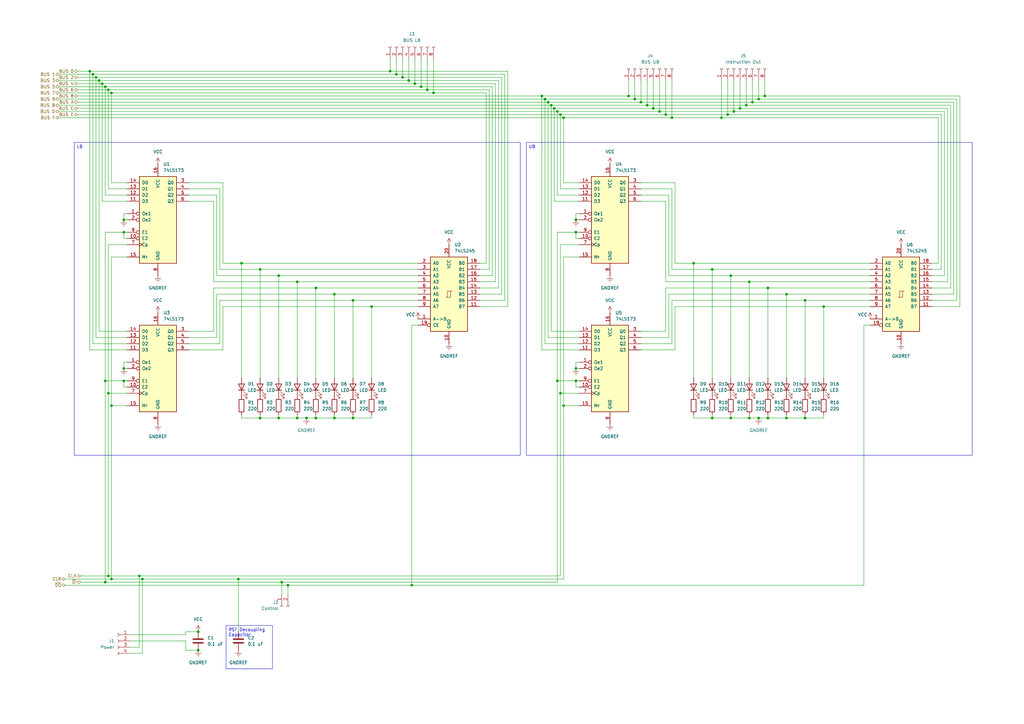
<source format=kicad_sch>
(kicad_sch (version 20231120) (generator "eeschema") (generator_version "8.0")
  (paper "A3")
  (lib_symbols
    (symbol "74xx:74LS173" (pin_names (offset 1.016))
      (property "Reference" "U" (at -7.62 19.05 0))
      (property "Value" "74LS173" (at -7.62 -19.05 0))
      (symbol "74LS173_1_0"
        (pin input inverted (at -12.7 2.54 0) (length 5.08) (name "Oe1") (number "1"))
        (pin input inverted (at -12.7 -7.62 0) (length 5.08) (name "E2") (number "10"))
        (pin input line (at -12.7 7.62 0) (length 5.08) (name "D3") (number "11"))
        (pin input line (at -12.7 10.16 0) (length 5.08) (name "D2") (number "12"))
        (pin input line (at -12.7 12.7 0) (length 5.08) (name "D1") (number "13"))
        (pin input line (at -12.7 15.24 0) (length 5.08) (name "D0") (number "14"))
        (pin input line (at -12.7 -15.24 0) (length 5.08) (name "Mr") (number "15"))
        (pin power_in line (at 0 22.86 270) (length 5.08) (name "VCC") (number "16"))
        (pin input inverted (at -12.7 0 0) (length 5.08) (name "Oe2") (number "2"))
        (pin tri_state line (at 12.7 15.24 180) (length 5.08) (name "Q0") (number "3"))
        (pin tri_state line (at 12.7 12.7 180) (length 5.08) (name "Q1") (number "4"))
        (pin tri_state line (at 12.7 10.16 180) (length 5.08) (name "Q2") (number "5"))
        (pin tri_state line (at 12.7 7.62 180) (length 5.08) (name "Q3") (number "6"))
        (pin input clock (at -12.7 -10.16 0) (length 5.08) (name "Cp") (number "7"))
        (pin power_in line (at 0 -22.86 90) (length 5.08) (name "GND") (number "8"))
        (pin input inverted (at -12.7 -5.08 0) (length 5.08) (name "E1") (number "9"))
      )
      (symbol "74LS173_1_1"
        (rectangle (start -7.62 17.78) (end 7.62 -17.78) (stroke (width 0.254)) (fill (type background)))
      )
    )
    (symbol "74xx:74LS245" (pin_names (offset 1.016))
      (property "Reference" "U" (at -7.62 16.51 0))
      (property "Value" "74LS245" (at -7.62 -16.51 0))
      (symbol "74LS245_1_0"
        (polyline (pts (xy -0.635 -1.27) (xy -0.635 1.27) (xy 0.635 1.27)))
        (polyline (pts (xy -1.27 -1.27) (xy 0.635 -1.27) (xy 0.635 1.27) (xy 1.27 1.27)))
        (pin input line (at -12.7 -10.16 0) (length 5.08) (name "A->B") (number "1"))
        (pin power_in line (at 0 -20.32 90) (length 5.08) (name "GND") (number "10"))
        (pin tri_state line (at 12.7 -5.08 180) (length 5.08) (name "B7") (number "11"))
        (pin tri_state line (at 12.7 -2.54 180) (length 5.08) (name "B6") (number "12"))
        (pin tri_state line (at 12.7 0 180) (length 5.08) (name "B5") (number "13"))
        (pin tri_state line (at 12.7 2.54 180) (length 5.08) (name "B4") (number "14"))
        (pin tri_state line (at 12.7 5.08 180) (length 5.08) (name "B3") (number "15"))
        (pin tri_state line (at 12.7 7.62 180) (length 5.08) (name "B2") (number "16"))
        (pin tri_state line (at 12.7 10.16 180) (length 5.08) (name "B1") (number "17"))
        (pin tri_state line (at 12.7 12.7 180) (length 5.08) (name "B0") (number "18"))
        (pin input inverted (at -12.7 -12.7 0) (length 5.08) (name "CE") (number "19"))
        (pin tri_state line (at -12.7 12.7 0) (length 5.08) (name "A0") (number "2"))
        (pin power_in line (at 0 20.32 270) (length 5.08) (name "VCC") (number "20"))
        (pin tri_state line (at -12.7 10.16 0) (length 5.08) (name "A1") (number "3"))
        (pin tri_state line (at -12.7 7.62 0) (length 5.08) (name "A2") (number "4"))
        (pin tri_state line (at -12.7 5.08 0) (length 5.08) (name "A3") (number "5"))
        (pin tri_state line (at -12.7 2.54 0) (length 5.08) (name "A4") (number "6"))
        (pin tri_state line (at -12.7 0 0) (length 5.08) (name "A5") (number "7"))
        (pin tri_state line (at -12.7 -2.54 0) (length 5.08) (name "A6") (number "8"))
        (pin tri_state line (at -12.7 -5.08 0) (length 5.08) (name "A7") (number "9"))
      )
      (symbol "74LS245_1_1"
        (rectangle (start -7.62 15.24) (end 7.62 -15.24) (stroke (width 0.254)) (fill (type background)))
      )
    )
    (symbol "Connector:Conn_01x02_Socket" (pin_names (offset 1.016) hide)
      (property "Reference" "J" (at 0 2.54 0))
      (property "Value" "Conn_01x02_Socket" (at 0 -5.08 0))
      (symbol "Conn_01x02_Socket_1_1"
        (arc (start 0 -2.032) (mid -0.5058 -2.54) (end 0 -3.048) (stroke (width 0.1524)))
        (polyline (pts (xy -1.27 -2.54) (xy -0.508 -2.54)) (stroke (width 0.1524)))
        (polyline (pts (xy -1.27 0) (xy -0.508 0)) (stroke (width 0.1524)))
        (arc (start 0 0.508) (mid -0.5058 0) (end 0 -0.508) (stroke (width 0.1524)))
        (pin passive line (at -5.08 0 0) (length 3.81) (name "Pin_1") (number "1"))
        (pin passive line (at -5.08 -2.54 0) (length 3.81) (name "Pin_2") (number "2"))
      )
    )
    (symbol "Connector:Conn_01x04_Socket" (pin_names (offset 1.016) hide)
      (property "Reference" "J" (at 0 5.08 0))
      (property "Value" "Conn_01x04_Socket" (at 0 -7.62 0))
      (symbol "Conn_01x04_Socket_1_1"
        (arc (start 0 -4.572) (mid -0.5058 -5.08) (end 0 -5.588) (stroke (width 0.1524)))
        (arc (start 0 -2.032) (mid -0.5058 -2.54) (end 0 -3.048) (stroke (width 0.1524)))
        (polyline (pts (xy -1.27 -5.08) (xy -0.508 -5.08)) (stroke (width 0.1524)))
        (polyline (pts (xy -1.27 -2.54) (xy -0.508 -2.54)) (stroke (width 0.1524)))
        (polyline (pts (xy -1.27 0) (xy -0.508 0)) (stroke (width 0.1524)))
        (polyline (pts (xy -1.27 2.54) (xy -0.508 2.54)) (stroke (width 0.1524)))
        (arc (start 0 0.508) (mid -0.5058 0) (end 0 -0.508) (stroke (width 0.1524)))
        (arc (start 0 3.048) (mid -0.5058 2.54) (end 0 2.032) (stroke (width 0.1524)))
        (pin passive line (at -5.08 2.54 0) (length 3.81) (name "Pin_1") (number "1"))
        (pin passive line (at -5.08 0 0) (length 3.81) (name "Pin_2") (number "2"))
        (pin passive line (at -5.08 -2.54 0) (length 3.81) (name "Pin_3") (number "3"))
        (pin passive line (at -5.08 -5.08 0) (length 3.81) (name "Pin_4") (number "4"))
      )
    )
    (symbol "Connector:Conn_01x08_Socket" (pin_names (offset 1.016) hide)
      (property "Reference" "J" (at 0 10.16 0))
      (property "Value" "Conn_01x08_Socket" (at 0 -12.7 0))
      (symbol "Conn_01x08_Socket_1_1"
        (arc (start 0 -9.652) (mid -0.5058 -10.16) (end 0 -10.668) (stroke (width 0.1524)))
        (arc (start 0 -7.112) (mid -0.5058 -7.62) (end 0 -8.128) (stroke (width 0.1524)))
        (arc (start 0 -4.572) (mid -0.5058 -5.08) (end 0 -5.588) (stroke (width 0.1524)))
        (arc (start 0 -2.032) (mid -0.5058 -2.54) (end 0 -3.048) (stroke (width 0.1524)))
        (polyline (pts (xy -1.27 -10.16) (xy -0.508 -10.16)) (stroke (width 0.1524)))
        (polyline (pts (xy -1.27 -7.62) (xy -0.508 -7.62)) (stroke (width 0.1524)))
        (polyline (pts (xy -1.27 -5.08) (xy -0.508 -5.08)) (stroke (width 0.1524)))
        (polyline (pts (xy -1.27 -2.54) (xy -0.508 -2.54)) (stroke (width 0.1524)))
        (polyline (pts (xy -1.27 0) (xy -0.508 0)) (stroke (width 0.1524)))
        (polyline (pts (xy -1.27 2.54) (xy -0.508 2.54)) (stroke (width 0.1524)))
        (polyline (pts (xy -1.27 5.08) (xy -0.508 5.08)) (stroke (width 0.1524)))
        (polyline (pts (xy -1.27 7.62) (xy -0.508 7.62)) (stroke (width 0.1524)))
        (arc (start 0 0.508) (mid -0.5058 0) (end 0 -0.508) (stroke (width 0.1524)))
        (arc (start 0 3.048) (mid -0.5058 2.54) (end 0 2.032) (stroke (width 0.1524)))
        (arc (start 0 5.588) (mid -0.5058 5.08) (end 0 4.572) (stroke (width 0.1524)))
        (arc (start 0 8.128) (mid -0.5058 7.62) (end 0 7.112) (stroke (width 0.1524)))
        (pin passive line (at -5.08 7.62 0) (length 3.81) (name "Pin_1") (number "1"))
        (pin passive line (at -5.08 5.08 0) (length 3.81) (name "Pin_2") (number "2"))
        (pin passive line (at -5.08 2.54 0) (length 3.81) (name "Pin_3") (number "3"))
        (pin passive line (at -5.08 0 0) (length 3.81) (name "Pin_4") (number "4"))
        (pin passive line (at -5.08 -2.54 0) (length 3.81) (name "Pin_5") (number "5"))
        (pin passive line (at -5.08 -5.08 0) (length 3.81) (name "Pin_6") (number "6"))
        (pin passive line (at -5.08 -7.62 0) (length 3.81) (name "Pin_7") (number "7"))
        (pin passive line (at -5.08 -10.16 0) (length 3.81) (name "Pin_8") (number "8"))
      )
    )
    (symbol "Device:C" (pin_numbers hide) (pin_names (offset 0.254))
      (property "Reference" "C" (at 0.635 2.54 0))
      (property "Value" "C" (at 0.635 -2.54 0))
      (symbol "C_0_1"
        (polyline (pts (xy -2.032 -0.762) (xy 2.032 -0.762)) (stroke (width 0.508)))
        (polyline (pts (xy -2.032 0.762) (xy 2.032 0.762)) (stroke (width 0.508)))
      )
      (symbol "C_1_1"
        (pin passive line (at 0 3.81 270) (length 2.794) (name "~") (number "1"))
        (pin passive line (at 0 -3.81 90) (length 2.794) (name "~") (number "2"))
      )
    )
    (symbol "Device:LED" (pin_numbers hide) (pin_names (offset 1.016) hide)
      (property "Reference" "D" (at 0 2.54 0))
      (property "Value" "LED" (at 0 -2.54 0))
      (symbol "LED_0_1"
        (polyline (pts (xy -1.27 -1.27) (xy -1.27 1.27)) (stroke (width 0.254)))
        (polyline (pts (xy -1.27 0) (xy 1.27 0)))
        (polyline (pts (xy 1.27 -1.27) (xy 1.27 1.27) (xy -1.27 0) (xy 1.27 -1.27)) (stroke (width 0.254)))
        (polyline (pts (xy -3.048 -0.762) (xy -4.572 -2.286) (xy -3.81 -2.286) (xy -4.572 -2.286) (xy -4.572 -1.524)))
        (polyline (pts (xy -1.778 -0.762) (xy -3.302 -2.286) (xy -2.54 -2.286) (xy -3.302 -2.286) (xy -3.302 -1.524)))
      )
      (symbol "LED_1_1"
        (pin passive line (at -3.81 0 0) (length 2.54) (name "K") (number "1"))
        (pin passive line (at 3.81 0 180) (length 2.54) (name "A") (number "2"))
      )
    )
    (symbol "Device:R" (pin_numbers hide) (pin_names (offset 0))
      (property "Reference" "R" (at 2.032 0 90))
      (property "Value" "R" (at 0 0 90))
      (symbol "R_0_1"
        (rectangle (start -1.016 -2.54) (end 1.016 2.54) (stroke (width 0.254)))
      )
      (symbol "R_1_1"
        (pin passive line (at 0 3.81 270) (length 1.27) (name "~") (number "1"))
        (pin passive line (at 0 -3.81 90) (length 1.27) (name "~") (number "2"))
      )
    )
    (symbol "power:GNDREF" (power) (pin_numbers hide) (pin_names (offset 0) hide)
      (property "Value" "GNDREF" (at 0 -3.81 0))
      (symbol "GNDREF_0_1"
        (polyline (pts (xy -0.635 -1.905) (xy 0.635 -1.905)))
        (polyline (pts (xy -0.127 -2.54) (xy 0.127 -2.54)))
        (polyline (pts (xy 0 -1.27) (xy 0 0)))
        (polyline (pts (xy 1.27 -1.27) (xy -1.27 -1.27)))
      )
      (symbol "GNDREF_1_1"
        (pin power_in line (at 0 0 270) (length 0) (name "~") (number "1"))
      )
    )
    (symbol "power:VCC" (power) (pin_numbers hide) (pin_names (offset 0) hide)
      (property "Value" "VCC" (at 0 3.556 0))
      (symbol "VCC_0_1"
        (polyline (pts (xy -0.762 1.27) (xy 0 2.54)))
        (polyline (pts (xy 0 0) (xy 0 2.54)))
        (polyline (pts (xy 0 2.54) (xy 0.762 1.27)))
      )
      (symbol "VCC_1_1"
        (pin power_in line (at 0 0 90) (length 0) (name "~") (number "1"))
      )
    )
  )
  (junction (at 292.1 171.45))
  (junction (at 57.15 236.22))
  (junction (at 175.26 36.83))
  (junction (at 43.18 238.76))
  (junction (at 170.18 34.29))
  (junction (at 229.87 161.29))
  (junction (at 284.48 107.95))
  (junction (at 38.1 30.48))
  (junction (at 106.68 171.45))
  (junction (at 39.37 31.75))
  (junction (at 270.51 45.72))
  (junction (at 337.82 125.73))
  (junction (at 144.78 171.45))
  (junction (at 125.73 171.45))
  (junction (at 172.72 35.56))
  (junction (at 228.6 45.72))
  (junction (at 137.16 171.45))
  (junction (at 97.79 237.49))
  (junction (at 115.57 238.76))
  (junction (at 106.68 110.49))
  (junction (at 223.52 40.64))
  (junction (at 129.54 118.11))
  (junction (at 299.72 113.03))
  (junction (at 228.6 156.21))
  (junction (at 267.97 44.45))
  (junction (at 229.87 46.99))
  (junction (at 81.28 266.7))
  (junction (at 292.1 110.49))
  (junction (at 43.18 156.21))
  (junction (at 168.91 240.03))
  (junction (at 118.11 240.03))
  (junction (at 227.33 44.45))
  (junction (at 165.1 31.75))
  (junction (at 313.69 39.37))
  (junction (at 311.15 171.45))
  (junction (at 114.3 171.45))
  (junction (at 231.14 48.26))
  (junction (at 231.14 166.37))
  (junction (at 257.81 39.37))
  (junction (at 44.45 161.29))
  (junction (at 50.8 151.13))
  (junction (at 137.16 120.65))
  (junction (at 50.8 90.17))
  (junction (at 322.58 120.65))
  (junction (at 81.28 259.08))
  (junction (at 307.34 115.57))
  (junction (at 167.64 33.02))
  (junction (at 40.64 33.02))
  (junction (at 306.07 43.18))
  (junction (at 236.22 151.13))
  (junction (at 275.59 48.26))
  (junction (at 44.45 36.83))
  (junction (at 45.72 237.49))
  (junction (at 330.2 171.45))
  (junction (at 265.43 43.18))
  (junction (at 129.54 171.45))
  (junction (at 152.4 125.73))
  (junction (at 162.56 30.48))
  (junction (at 50.8 95.25))
  (junction (at 45.72 166.37))
  (junction (at 58.42 237.49))
  (junction (at 299.72 171.45))
  (junction (at 273.05 46.99))
  (junction (at 121.92 115.57))
  (junction (at 121.92 171.45))
  (junction (at 43.18 35.56))
  (junction (at 303.53 44.45))
  (junction (at 322.58 171.45))
  (junction (at 224.79 41.91))
  (junction (at 236.22 95.25))
  (junction (at 300.99 45.72))
  (junction (at 295.91 48.26))
  (junction (at 45.72 38.1))
  (junction (at 50.8 156.21))
  (junction (at 262.89 41.91))
  (junction (at 36.83 29.21))
  (junction (at 44.45 236.22))
  (junction (at 260.35 40.64))
  (junction (at 236.22 90.17))
  (junction (at 144.78 123.19))
  (junction (at 314.96 171.45))
  (junction (at 99.06 107.95))
  (junction (at 177.8 38.1))
  (junction (at 298.45 46.99))
  (junction (at 114.3 113.03))
  (junction (at 226.06 43.18))
  (junction (at 236.22 156.21))
  (junction (at 41.91 34.29))
  (junction (at 307.34 171.45))
  (junction (at 314.96 118.11))
  (junction (at 308.61 41.91))
  (junction (at 330.2 123.19))
  (junction (at 160.02 29.21))
  (junction (at 311.15 40.64))
  (junction (at 222.25 39.37))
  (wire (pts (xy 337.82 125.73) (xy 337.82 154.94)))
  (wire (pts (xy 115.57 238.76) (xy 228.6 238.76)))
  (wire (pts (xy 45.72 38.1) (xy 177.8 38.1)))
  (wire (pts (xy 87.63 118.11) (xy 129.54 118.11)))
  (wire (pts (xy 57.15 236.22) (xy 229.87 236.22)))
  (wire (pts (xy 229.87 77.47) (xy 237.49 77.47)))
  (wire (pts (xy 44.45 36.83) (xy 175.26 36.83)))
  (wire (pts (xy 229.87 100.33) (xy 237.49 100.33)))
  (wire (pts (xy 275.59 110.49) (xy 275.59 77.47)))
  (wire (pts (xy 337.82 125.73) (xy 356.87 125.73)))
  (wire (pts (xy 274.32 80.01) (xy 274.32 113.03)))
  (wire (pts (xy 236.22 95.25) (xy 228.6 95.25)))
  (wire (pts (xy 45.72 74.93) (xy 45.72 38.1)))
  (wire (pts (xy 24.13 38.1) (xy 45.72 38.1)))
  (wire (pts (xy 284.48 171.45) (xy 292.1 171.45)))
  (wire (pts (xy 292.1 110.49) (xy 356.87 110.49)))
  (wire (pts (xy 106.68 170.18) (xy 106.68 171.45)))
  (wire (pts (xy 231.14 48.26) (xy 275.59 48.26)))
  (wire (pts (xy 52.07 156.21) (xy 50.8 156.21)))
  (wire (pts (xy 43.18 238.76) (xy 115.57 238.76)))
  (wire (pts (xy 322.58 120.65) (xy 356.87 120.65)))
  (wire (pts (xy 53.34 267.97) (xy 58.42 267.97)))
  (wire (pts (xy 223.52 40.64) (xy 223.52 140.97)))
  (wire (pts (xy 228.6 156.21) (xy 236.22 156.21)))
  (wire (pts (xy 236.22 97.79) (xy 237.49 97.79)))
  (wire (pts (xy 295.91 33.02) (xy 295.91 48.26)))
  (wire (pts (xy 382.27 107.95) (xy 384.81 107.95)))
  (wire (pts (xy 152.4 125.73) (xy 171.45 125.73)))
  (wire (pts (xy 236.22 148.59) (xy 236.22 151.13)))
  (wire (pts (xy 24.13 45.72) (xy 228.6 45.72)))
  (wire (pts (xy 265.43 33.02) (xy 265.43 43.18)))
  (wire (pts (xy 175.26 24.13) (xy 175.26 36.83)))
  (wire (pts (xy 165.1 24.13) (xy 165.1 31.75)))
  (wire (pts (xy 299.72 170.18) (xy 299.72 171.45)))
  (wire (pts (xy 50.8 158.75) (xy 52.07 158.75)))
  (wire (pts (xy 228.6 80.01) (xy 237.49 80.01)))
  (wire (pts (xy 228.6 45.72) (xy 228.6 80.01)))
  (wire (pts (xy 203.2 115.57) (xy 203.2 34.29)))
  (wire (pts (xy 52.07 166.37) (xy 45.72 166.37)))
  (wire (pts (xy 43.18 80.01) (xy 52.07 80.01)))
  (wire (pts (xy 88.9 138.43) (xy 88.9 120.65)))
  (wire (pts (xy 236.22 90.17) (xy 237.49 90.17)))
  (wire (pts (xy 265.43 43.18) (xy 306.07 43.18)))
  (wire (pts (xy 274.32 120.65) (xy 322.58 120.65)))
  (wire (pts (xy 224.79 41.91) (xy 224.79 138.43)))
  (wire (pts (xy 144.78 123.19) (xy 144.78 154.94)))
  (wire (pts (xy 45.72 166.37) (xy 45.72 105.41)))
  (wire (pts (xy 99.06 107.95) (xy 171.45 107.95)))
  (wire (pts (xy 330.2 123.19) (xy 275.59 123.19)))
  (wire (pts (xy 50.8 95.25) (xy 43.18 95.25)))
  (wire (pts (xy 171.45 133.35) (xy 168.91 133.35)))
  (wire (pts (xy 52.07 95.25) (xy 50.8 95.25)))
  (wire (pts (xy 227.33 44.45) (xy 227.33 82.55)))
  (wire (pts (xy 275.59 33.02) (xy 275.59 48.26)))
  (wire (pts (xy 295.91 48.26) (xy 384.81 48.26)))
  (wire (pts (xy 275.59 77.47) (xy 262.89 77.47)))
  (wire (pts (xy 76.2 260.35) (xy 76.2 259.08)))
  (wire (pts (xy 229.87 46.99) (xy 229.87 77.47)))
  (wire (pts (xy 91.44 143.51) (xy 91.44 125.73)))
  (wire (pts (xy 229.87 161.29) (xy 229.87 100.33)))
  (wire (pts (xy 114.3 113.03) (xy 171.45 113.03)))
  (wire (pts (xy 284.48 154.94) (xy 284.48 107.95)))
  (wire (pts (xy 276.86 74.93) (xy 276.86 107.95)))
  (wire (pts (xy 91.44 125.73) (xy 152.4 125.73)))
  (wire (pts (xy 237.49 161.29) (xy 229.87 161.29)))
  (wire (pts (xy 44.45 100.33) (xy 52.07 100.33)))
  (wire (pts (xy 228.6 45.72) (xy 270.51 45.72)))
  (wire (pts (xy 236.22 158.75) (xy 237.49 158.75)))
  (wire (pts (xy 24.13 48.26) (xy 231.14 48.26)))
  (wire (pts (xy 77.47 135.89) (xy 87.63 135.89)))
  (wire (pts (xy 44.45 36.83) (xy 44.45 77.47)))
  (wire (pts (xy 31.75 31.75) (xy 39.37 31.75)))
  (wire (pts (xy 144.78 171.45) (xy 152.4 171.45)))
  (wire (pts (xy 292.1 154.94) (xy 292.1 110.49)))
  (wire (pts (xy 90.17 110.49) (xy 106.68 110.49)))
  (wire (pts (xy 58.42 267.97) (xy 58.42 237.49)))
  (wire (pts (xy 386.08 46.99) (xy 386.08 110.49)))
  (wire (pts (xy 41.91 82.55) (xy 41.91 34.29)))
  (wire (pts (xy 90.17 140.97) (xy 77.47 140.97)))
  (wire (pts (xy 392.43 40.64) (xy 392.43 123.19)))
  (wire (pts (xy 33.02 238.76) (xy 43.18 238.76)))
  (wire (pts (xy 274.32 113.03) (xy 299.72 113.03)))
  (wire (pts (xy 91.44 74.93) (xy 91.44 107.95)))
  (wire (pts (xy 40.64 33.02) (xy 167.64 33.02)))
  (wire (pts (xy 31.75 34.29) (xy 41.91 34.29)))
  (wire (pts (xy 205.74 120.65) (xy 205.74 31.75)))
  (wire (pts (xy 330.2 123.19) (xy 330.2 154.94)))
  (wire (pts (xy 144.78 123.19) (xy 90.17 123.19)))
  (wire (pts (xy 24.13 43.18) (xy 226.06 43.18)))
  (wire (pts (xy 115.57 238.76) (xy 115.57 243.84)))
  (wire (pts (xy 273.05 135.89) (xy 273.05 118.11)))
  (wire (pts (xy 284.48 107.95) (xy 356.87 107.95)))
  (wire (pts (xy 167.64 24.13) (xy 167.64 33.02)))
  (wire (pts (xy 275.59 48.26) (xy 295.91 48.26)))
  (wire (pts (xy 273.05 33.02) (xy 273.05 46.99)))
  (wire (pts (xy 275.59 110.49) (xy 292.1 110.49)))
  (wire (pts (xy 306.07 43.18) (xy 389.89 43.18)))
  (wire (pts (xy 262.89 138.43) (xy 274.32 138.43)))
  (wire (pts (xy 31.75 36.83) (xy 44.45 36.83)))
  (wire (pts (xy 77.47 80.01) (xy 88.9 80.01)))
  (wire (pts (xy 175.26 36.83) (xy 200.66 36.83)))
  (wire (pts (xy 276.86 143.51) (xy 276.86 125.73)))
  (wire (pts (xy 58.42 237.49) (xy 97.79 237.49)))
  (wire (pts (xy 223.52 40.64) (xy 260.35 40.64)))
  (wire (pts (xy 313.69 33.02) (xy 313.69 39.37)))
  (wire (pts (xy 41.91 34.29) (xy 170.18 34.29)))
  (wire (pts (xy 337.82 171.45) (xy 337.82 170.18)))
  (wire (pts (xy 382.27 113.03) (xy 387.35 113.03)))
  (wire (pts (xy 24.13 35.56) (xy 43.18 35.56)))
  (wire (pts (xy 97.79 237.49) (xy 231.14 237.49)))
  (wire (pts (xy 231.14 166.37) (xy 231.14 237.49)))
  (wire (pts (xy 236.22 156.21) (xy 236.22 158.75)))
  (wire (pts (xy 196.85 110.49) (xy 200.66 110.49)))
  (wire (pts (xy 313.69 39.37) (xy 393.7 39.37)))
  (wire (pts (xy 273.05 118.11) (xy 314.96 118.11)))
  (wire (pts (xy 389.89 43.18) (xy 389.89 118.11)))
  (wire (pts (xy 129.54 154.94) (xy 129.54 118.11)))
  (wire (pts (xy 168.91 240.03) (xy 354.33 240.03)))
  (wire (pts (xy 260.35 40.64) (xy 311.15 40.64)))
  (wire (pts (xy 308.61 41.91) (xy 391.16 41.91)))
  (wire (pts (xy 24.13 40.64) (xy 223.52 40.64)))
  (wire (pts (xy 77.47 82.55) (xy 87.63 82.55)))
  (wire (pts (xy 50.8 156.21) (xy 50.8 158.75)))
  (wire (pts (xy 31.75 46.99) (xy 229.87 46.99)))
  (wire (pts (xy 52.07 161.29) (xy 44.45 161.29)))
  (wire (pts (xy 236.22 87.63) (xy 236.22 90.17)))
  (wire (pts (xy 91.44 107.95) (xy 99.06 107.95)))
  (wire (pts (xy 226.06 43.18) (xy 226.06 135.89)))
  (wire (pts (xy 31.75 44.45) (xy 227.33 44.45)))
  (wire (pts (xy 43.18 95.25) (xy 43.18 156.21)))
  (wire (pts (xy 262.89 33.02) (xy 262.89 41.91)))
  (wire (pts (xy 231.14 74.93) (xy 231.14 48.26)))
  (wire (pts (xy 292.1 171.45) (xy 299.72 171.45)))
  (wire (pts (xy 26.67 237.49) (xy 45.72 237.49)))
  (wire (pts (xy 50.8 90.17) (xy 52.07 90.17)))
  (wire (pts (xy 231.14 105.41) (xy 237.49 105.41)))
  (wire (pts (xy 90.17 123.19) (xy 90.17 140.97)))
  (wire (pts (xy 311.15 40.64) (xy 392.43 40.64)))
  (wire (pts (xy 77.47 138.43) (xy 88.9 138.43)))
  (wire (pts (xy 106.68 154.94) (xy 106.68 110.49)))
  (wire (pts (xy 356.87 133.35) (xy 354.33 133.35)))
  (wire (pts (xy 57.15 265.43) (xy 57.15 236.22)))
  (wire (pts (xy 222.25 39.37) (xy 257.81 39.37)))
  (wire (pts (xy 237.49 135.89) (xy 226.06 135.89)))
  (wire (pts (xy 270.51 45.72) (xy 300.99 45.72)))
  (wire (pts (xy 260.35 33.02) (xy 260.35 40.64)))
  (wire (pts (xy 106.68 110.49) (xy 171.45 110.49)))
  (wire (pts (xy 224.79 138.43) (xy 237.49 138.43)))
  (wire (pts (xy 298.45 33.02) (xy 298.45 46.99)))
  (wire (pts (xy 137.16 154.94) (xy 137.16 120.65)))
  (wire (pts (xy 121.92 115.57) (xy 171.45 115.57)))
  (wire (pts (xy 257.81 39.37) (xy 313.69 39.37)))
  (wire (pts (xy 77.47 74.93) (xy 91.44 74.93)))
  (wire (pts (xy 121.92 171.45) (xy 125.73 171.45)))
  (wire (pts (xy 229.87 46.99) (xy 273.05 46.99)))
  (wire (pts (xy 152.4 171.45) (xy 152.4 170.18)))
  (wire (pts (xy 298.45 46.99) (xy 386.08 46.99)))
  (wire (pts (xy 257.81 33.02) (xy 257.81 39.37)))
  (wire (pts (xy 114.3 171.45) (xy 121.92 171.45)))
  (wire (pts (xy 270.51 33.02) (xy 270.51 45.72)))
  (wire (pts (xy 99.06 171.45) (xy 106.68 171.45)))
  (wire (pts (xy 231.14 105.41) (xy 231.14 166.37)))
  (wire (pts (xy 168.91 133.35) (xy 168.91 240.03)))
  (wire (pts (xy 237.49 156.21) (xy 236.22 156.21)))
  (wire (pts (xy 24.13 30.48) (xy 38.1 30.48)))
  (wire (pts (xy 236.22 151.13) (xy 237.49 151.13)))
  (wire (pts (xy 87.63 135.89) (xy 87.63 118.11)))
  (wire (pts (xy 308.61 33.02) (xy 308.61 41.91)))
  (wire (pts (xy 118.11 240.03) (xy 168.91 240.03)))
  (wire (pts (xy 99.06 170.18) (xy 99.06 171.45)))
  (wire (pts (xy 237.49 148.59) (xy 236.22 148.59)))
  (wire (pts (xy 52.07 74.93) (xy 45.72 74.93)))
  (wire (pts (xy 262.89 143.51) (xy 276.86 143.51)))
  (wire (pts (xy 90.17 110.49) (xy 90.17 77.47)))
  (wire (pts (xy 204.47 118.11) (xy 204.47 33.02)))
  (wire (pts (xy 165.1 31.75) (xy 205.74 31.75)))
  (wire (pts (xy 222.25 39.37) (xy 222.25 143.51)))
  (wire (pts (xy 106.68 171.45) (xy 114.3 171.45)))
  (wire (pts (xy 87.63 115.57) (xy 121.92 115.57)))
  (wire (pts (xy 262.89 74.93) (xy 276.86 74.93)))
  (wire (pts (xy 88.9 120.65) (xy 137.16 120.65)))
  (wire (pts (xy 382.27 125.73) (xy 393.7 125.73)))
  (wire (pts (xy 43.18 156.21) (xy 43.18 238.76)))
  (wire (pts (xy 292.1 170.18) (xy 292.1 171.45)))
  (wire (pts (xy 50.8 151.13) (xy 52.07 151.13)))
  (wire (pts (xy 167.64 33.02) (xy 204.47 33.02)))
  (wire (pts (xy 177.8 24.13) (xy 177.8 38.1)))
  (wire (pts (xy 226.06 43.18) (xy 265.43 43.18)))
  (wire (pts (xy 114.3 170.18) (xy 114.3 171.45)))
  (wire (pts (xy 52.07 148.59) (xy 50.8 148.59)))
  (wire (pts (xy 273.05 46.99) (xy 298.45 46.99)))
  (wire (pts (xy 330.2 170.18) (xy 330.2 171.45)))
  (wire (pts (xy 121.92 154.94) (xy 121.92 115.57)))
  (wire (pts (xy 237.49 74.93) (xy 231.14 74.93)))
  (wire (pts (xy 382.27 115.57) (xy 388.62 115.57)))
  (wire (pts (xy 222.25 143.51) (xy 237.49 143.51)))
  (wire (pts (xy 26.67 240.03) (xy 118.11 240.03)))
  (wire (pts (xy 276.86 107.95) (xy 284.48 107.95)))
  (wire (pts (xy 125.73 171.45) (xy 129.54 171.45)))
  (wire (pts (xy 40.64 135.89) (xy 40.64 33.02)))
  (wire (pts (xy 99.06 154.94) (xy 99.06 107.95)))
  (wire (pts (xy 31.75 41.91) (xy 224.79 41.91)))
  (wire (pts (xy 45.72 237.49) (xy 58.42 237.49)))
  (wire (pts (xy 228.6 95.25) (xy 228.6 156.21)))
  (wire (pts (xy 170.18 24.13) (xy 170.18 34.29)))
  (wire (pts (xy 170.18 34.29) (xy 203.2 34.29)))
  (wire (pts (xy 52.07 82.55) (xy 41.91 82.55)))
  (wire (pts (xy 300.99 33.02) (xy 300.99 45.72)))
  (wire (pts (xy 227.33 44.45) (xy 267.97 44.45)))
  (wire (pts (xy 303.53 33.02) (xy 303.53 44.45)))
  (wire (pts (xy 307.34 170.18) (xy 307.34 171.45)))
  (wire (pts (xy 237.49 166.37) (xy 231.14 166.37)))
  (wire (pts (xy 44.45 77.47) (xy 52.07 77.47)))
  (wire (pts (xy 177.8 38.1) (xy 199.39 38.1)))
  (wire (pts (xy 137.16 120.65) (xy 171.45 120.65)))
  (wire (pts (xy 208.28 125.73) (xy 208.28 29.21)))
  (wire (pts (xy 172.72 24.13) (xy 172.72 35.56)))
  (wire (pts (xy 196.85 113.03) (xy 201.93 113.03)))
  (wire (pts (xy 229.87 236.22) (xy 229.87 161.29)))
  (wire (pts (xy 354.33 133.35) (xy 354.33 240.03)))
  (wire (pts (xy 144.78 170.18) (xy 144.78 171.45)))
  (wire (pts (xy 307.34 115.57) (xy 356.87 115.57)))
  (wire (pts (xy 300.99 45.72) (xy 387.35 45.72)))
  (wire (pts (xy 77.47 143.51) (xy 91.44 143.51)))
  (wire (pts (xy 314.96 118.11) (xy 356.87 118.11)))
  (wire (pts (xy 314.96 154.94) (xy 314.96 118.11)))
  (wire (pts (xy 307.34 154.94) (xy 307.34 115.57)))
  (wire (pts (xy 45.72 166.37) (xy 45.72 237.49)))
  (wire (pts (xy 88.9 80.01) (xy 88.9 113.03)))
  (wire (pts (xy 274.32 138.43) (xy 274.32 120.65)))
  (wire (pts (xy 237.49 82.55) (xy 227.33 82.55)))
  (wire (pts (xy 199.39 107.95) (xy 199.39 38.1)))
  (wire (pts (xy 275.59 140.97) (xy 262.89 140.97)))
  (wire (pts (xy 237.49 87.63) (xy 236.22 87.63)))
  (wire (pts (xy 53.34 260.35) (xy 76.2 260.35)))
  (wire (pts (xy 382.27 110.49) (xy 386.08 110.49)))
  (wire (pts (xy 160.02 29.21) (xy 208.28 29.21)))
  (wire (pts (xy 196.85 125.73) (xy 208.28 125.73)))
  (wire (pts (xy 44.45 161.29) (xy 44.45 100.33)))
  (wire (pts (xy 129.54 170.18) (xy 129.54 171.45)))
  (wire (pts (xy 388.62 115.57) (xy 388.62 44.45)))
  (wire (pts (xy 38.1 140.97) (xy 38.1 30.48)))
  (wire (pts (xy 262.89 82.55) (xy 273.05 82.55)))
  (wire (pts (xy 172.72 35.56) (xy 201.93 35.56)))
  (wire (pts (xy 39.37 31.75) (xy 39.37 138.43)))
  (wire (pts (xy 382.27 123.19) (xy 392.43 123.19)))
  (wire (pts (xy 356.87 123.19) (xy 330.2 123.19)))
  (wire (pts (xy 97.79 237.49) (xy 97.79 259.08)))
  (wire (pts (xy 44.45 236.22) (xy 57.15 236.22)))
  (wire (pts (xy 50.8 87.63) (xy 50.8 90.17)))
  (wire (pts (xy 196.85 115.57) (xy 203.2 115.57)))
  (wire (pts (xy 322.58 154.94) (xy 322.58 120.65)))
  (wire (pts (xy 322.58 170.18) (xy 322.58 171.45)))
  (wire (pts (xy 196.85 123.19) (xy 207.01 123.19)))
  (wire (pts (xy 36.83 29.21) (xy 36.83 143.51)))
  (wire (pts (xy 267.97 33.02) (xy 267.97 44.45)))
  (wire (pts (xy 196.85 120.65) (xy 205.74 120.65)))
  (wire (pts (xy 307.34 171.45) (xy 311.15 171.45)))
  (wire (pts (xy 52.07 87.63) (xy 50.8 87.63)))
  (wire (pts (xy 45.72 105.41) (xy 52.07 105.41)))
  (wire (pts (xy 262.89 41.91) (xy 308.61 41.91)))
  (wire (pts (xy 118.11 240.03) (xy 118.11 243.84)))
  (wire (pts (xy 299.72 154.94) (xy 299.72 113.03)))
  (wire (pts (xy 171.45 123.19) (xy 144.78 123.19)))
  (wire (pts (xy 53.34 265.43) (xy 57.15 265.43)))
  (wire (pts (xy 299.72 113.03) (xy 356.87 113.03)))
  (wire (pts (xy 382.27 120.65) (xy 391.16 120.65)))
  (wire (pts (xy 387.35 45.72) (xy 387.35 113.03)))
  (wire (pts (xy 237.49 140.97) (xy 223.52 140.97)))
  (wire (pts (xy 121.92 170.18) (xy 121.92 171.45)))
  (wire (pts (xy 50.8 148.59) (xy 50.8 151.13)))
  (wire (pts (xy 236.22 95.25) (xy 236.22 97.79)))
  (wire (pts (xy 76.2 266.7) (xy 81.28 266.7)))
  (wire (pts (xy 314.96 170.18) (xy 314.96 171.45)))
  (wire (pts (xy 39.37 31.75) (xy 165.1 31.75)))
  (wire (pts (xy 114.3 154.94) (xy 114.3 113.03)))
  (wire (pts (xy 50.8 97.79) (xy 52.07 97.79)))
  (wire (pts (xy 299.72 171.45) (xy 307.34 171.45)))
  (wire (pts (xy 262.89 80.01) (xy 274.32 80.01)))
  (wire (pts (xy 273.05 82.55) (xy 273.05 115.57)))
  (wire (pts (xy 43.18 35.56) (xy 43.18 80.01)))
  (wire (pts (xy 36.83 29.21) (xy 160.02 29.21)))
  (wire (pts (xy 31.75 39.37) (xy 222.25 39.37)))
  (wire (pts (xy 196.85 107.95) (xy 199.39 107.95)))
  (wire (pts (xy 391.16 120.65) (xy 391.16 41.91)))
  (wire (pts (xy 196.85 118.11) (xy 204.47 118.11)))
  (wire (pts (xy 303.53 44.45) (xy 388.62 44.45)))
  (wire (pts (xy 38.1 30.48) (xy 162.56 30.48)))
  (wire (pts (xy 162.56 24.13) (xy 162.56 30.48)))
  (wire (pts (xy 33.02 236.22) (xy 44.45 236.22)))
  (wire (pts (xy 52.07 135.89) (xy 40.64 135.89)))
  (wire (pts (xy 43.18 156.21) (xy 50.8 156.21)))
  (wire (pts (xy 36.83 143.51) (xy 52.07 143.51)))
  (wire (pts (xy 273.05 115.57) (xy 307.34 115.57)))
  (wire (pts (xy 53.34 262.89) (xy 76.2 262.89)))
  (wire (pts (xy 76.2 259.08) (xy 81.28 259.08)))
  (wire (pts (xy 24.13 33.02) (xy 40.64 33.02)))
  (wire (pts (xy 39.37 138.43) (xy 52.07 138.43)))
  (wire (pts (xy 314.96 171.45) (xy 322.58 171.45)))
  (wire (pts (xy 311.15 171.45) (xy 314.96 171.45)))
  (wire (pts (xy 322.58 171.45) (xy 330.2 171.45)))
  (wire (pts (xy 162.56 30.48) (xy 207.01 30.48)))
  (wire (pts (xy 384.81 107.95) (xy 384.81 48.26)))
  (wire (pts (xy 237.49 95.25) (xy 236.22 95.25)))
  (wire (pts (xy 87.63 82.55) (xy 87.63 115.57)))
  (wire (pts (xy 330.2 171.45) (xy 337.82 171.45)))
  (wire (pts (xy 262.89 135.89) (xy 273.05 135.89)))
  (wire (pts (xy 88.9 113.03) (xy 114.3 113.03)))
  (wire (pts (xy 31.75 29.21) (xy 36.83 29.21)))
  (wire (pts (xy 44.45 161.29) (xy 44.45 236.22)))
  (wire (pts (xy 311.15 33.02) (xy 311.15 40.64)))
  (wire (pts (xy 228.6 156.21) (xy 228.6 238.76)))
  (wire (pts (xy 382.27 118.11) (xy 389.89 118.11)))
  (wire (pts (xy 152.4 125.73) (xy 152.4 154.94)))
  (wire (pts (xy 201.93 113.03) (xy 201.93 35.56)))
  (wire (pts (xy 224.79 41.91) (xy 262.89 41.91)))
  (wire (pts (xy 137.16 171.45) (xy 144.78 171.45)))
  (wire (pts (xy 129.54 171.45) (xy 137.16 171.45)))
  (wire (pts (xy 284.48 170.18) (xy 284.48 171.45)))
  (wire (pts (xy 276.86 125.73) (xy 337.82 125.73)))
  (wire (pts (xy 306.07 33.02) (xy 306.07 43.18)))
  (wire (pts (xy 129.54 118.11) (xy 171.45 118.11)))
  (wire (pts (xy 160.02 24.13) (xy 160.02 29.21)))
  (wire (pts (xy 207.01 123.19) (xy 207.01 30.48)))
  (wire (pts (xy 200.66 110.49) (xy 200.66 36.83)))
  (wire (pts (xy 267.97 44.45) (xy 303.53 44.45)))
  (wire (pts (xy 393.7 125.73) (xy 393.7 39.37)))
  (wire (pts (xy 43.18 35.56) (xy 172.72 35.56)))
  (wire (pts (xy 137.16 170.18) (xy 137.16 171.45)))
  (wire (pts (xy 52.07 140.97) (xy 38.1 140.97)))
  (wire (pts (xy 275.59 123.19) (xy 275.59 140.97)))
  (wire (pts (xy 76.2 262.89) (xy 76.2 266.7)))
  (wire (pts (xy 50.8 95.25) (xy 50.8 97.79)))
  (wire (pts (xy 90.17 77.47) (xy 77.47 77.47)))
  (text_box "LB" (at 30.48 58.42 0) (size 182.88 128.27) (effects (font (size 1.27 1.27)) (justify left top)))
  (text_box "RST Decoupling Capacitor" (at 92.71 256.54 0) (size 19.05 17.78) (effects (font (size 1.27 1.27)) (justify left top)))
  (text_box "UB" (at 215.9 58.42 0) (size 182.88 128.27) (effects (font (size 1.27 1.27)) (justify left top)))
  (hierarchical_label "BUS A" (shape bidirectional) (at 31.75 41.91 180))
  (hierarchical_label "BUS F" (shape bidirectional) (at 24.13 48.26 180))
  (hierarchical_label "BUS 4" (shape bidirectional) (at 31.75 34.29 180))
  (hierarchical_label "BUS 5" (shape bidirectional) (at 24.13 35.56 180))
  (hierarchical_label "BUS B" (shape bidirectional) (at 24.13 43.18 180))
  (hierarchical_label "BUS C" (shape bidirectional) (at 31.75 44.45 180))
  (hierarchical_label "BUS D" (shape bidirectional) (at 24.13 45.72 180))
  (hierarchical_label "BUS 8" (shape bidirectional) (at 31.75 39.37 180))
  (hierarchical_label "CLR" (shape bidirectional) (at 26.67 237.49 180))
  (hierarchical_label "BUS 2" (shape bidirectional) (at 31.75 31.75 180))
  (hierarchical_label "BUS 7" (shape bidirectional) (at 24.13 38.1 180))
  (hierarchical_label "BUS 0" (shape bidirectional) (at 31.75 29.21 180))
  (hierarchical_label "BUS E" (shape bidirectional) (at 31.75 46.99 180))
  (hierarchical_label "CLK" (shape bidirectional) (at 33.02 236.22 180))
  (hierarchical_label "BUS 1" (shape bidirectional) (at 24.13 30.48 180))
  (hierarchical_label "BUS 9" (shape bidirectional) (at 24.13 40.64 180))
  (hierarchical_label "~{DO}" (shape bidirectional) (at 26.67 240.03 180))
  (hierarchical_label "BUS 3" (shape bidirectional) (at 24.13 33.02 180))
  (hierarchical_label "BUS 6" (shape bidirectional) (at 31.75 36.83 180))
  (hierarchical_label "~{DI}" (shape bidirectional) (at 33.02 238.76 180))
  (symbol (lib_id "power:VCC") (at 356.87 130.81 0) (unit 1)
    (property "Reference" "#PWR018" (effects (hide yes)))
    (property "Value" "VCC" (at 353.822 129.032 0))
    (property "Description" "Power symbol creates a global label with name \"VCC\"" (effects (hide yes)))
  )
  (symbol (lib_id "Device:LED") (at 299.72 158.75 90) (unit 1)
    (property "Reference" "D11" (at 302.26 157.48 90) (effects (justify right)))
    (property "Value" "LED" (at 302.26 160.02 90) (effects (justify right)))
    (property "Footprint" "LED_SMD:LED_1206_3216Metric_Pad1.42x1.75mm_HandSolder" (effects (hide yes)))
    (property "Description" "Light emitting diode" (effects (hide yes)))
  )
  (symbol (lib_id "power:VCC") (at 171.45 130.81 0) (unit 1)
    (property "Reference" "#PWR09" (effects (hide yes)))
    (property "Value" "VCC" (at 168.402 129.032 0))
    (property "Description" "Power symbol creates a global label with name \"VCC\"" (effects (hide yes)))
  )
  (symbol (lib_id "Device:LED") (at 137.16 158.75 90) (unit 1)
    (property "Reference" "D6" (at 139.7 157.48 90) (effects (justify right)))
    (property "Value" "LED" (at 139.7 160.02 90) (effects (justify right)))
    (property "Footprint" "LED_SMD:LED_1206_3216Metric_Pad1.42x1.75mm_HandSolder" (effects (hide yes)))
    (property "Description" "Light emitting diode" (effects (hide yes)))
  )
  (symbol (lib_id "power:GNDREF") (at 250.19 173.99 0) (unit 1)
    (property "Reference" "#PWR016" (effects (hide yes)))
    (property "Value" "GNDREF" (at 250.19 179.07 0))
    (property "Description" "Power symbol creates a global label with name \"GNDREF\" , reference supply ground" (effects (hide yes)))
  )
  (symbol (lib_id "Device:LED") (at 121.92 158.75 90) (unit 1)
    (property "Reference" "D4" (at 124.46 157.48 90) (effects (justify right)))
    (property "Value" "LED" (at 124.46 160.02 90) (effects (justify right)))
    (property "Footprint" "LED_SMD:LED_1206_3216Metric_Pad1.42x1.75mm_HandSolder" (effects (hide yes)))
    (property "Description" "Light emitting diode" (effects (hide yes)))
  )
  (symbol (lib_id "Device:LED") (at 337.82 158.75 90) (unit 1)
    (property "Reference" "D16" (at 340.36 157.48 90) (effects (justify right)))
    (property "Value" "LED" (at 340.36 160.02 90) (effects (justify right)))
    (property "Footprint" "LED_SMD:LED_1206_3216Metric_Pad1.42x1.75mm_HandSolder" (effects (hide yes)))
    (property "Description" "Light emitting diode" (effects (hide yes)))
  )
  (symbol (lib_id "power:GNDREF") (at 64.77 113.03 0) (unit 1)
    (property "Reference" "#PWR03" (effects (hide yes)))
    (property "Value" "GNDREF" (at 64.77 118.11 0))
    (property "Description" "Power symbol creates a global label with name \"GNDREF\" , reference supply ground" (effects (hide yes)))
  )
  (symbol (lib_id "Connector:Conn_01x08_Socket") (at 265.43 27.94 90) (unit 1)
    (property "Reference" "J4" (at 266.7 22.86 90))
    (property "Value" "BUS UB" (at 266.7 25.4 90))
    (property "Footprint" "Connector_Molex:Molex_PicoBlade_53048-0810_1x08_P1.25mm_Horizontal" (effects (hide yes)))
    (property "Description" "Generic connector, single row, 01x08, script generated" (effects (hide yes)))
  )
  (symbol (lib_id "power:GNDREF") (at 125.73 171.45 0) (unit 1)
    (property "Reference" "#PWR010" (effects (hide yes)))
    (property "Value" "GNDREF" (at 125.73 176.53 0))
    (property "Description" "Power symbol creates a global label with name \"GNDREF\" , reference supply ground" (effects (hide yes)))
  )
  (symbol (lib_id "Device:LED") (at 152.4 158.75 90) (unit 1)
    (property "Reference" "D8" (at 154.94 157.48 90) (effects (justify right)))
    (property "Value" "LED" (at 154.94 160.02 90) (effects (justify right)))
    (property "Footprint" "LED_SMD:LED_1206_3216Metric_Pad1.42x1.75mm_HandSolder" (effects (hide yes)))
    (property "Description" "Light emitting diode" (effects (hide yes)))
  )
  (symbol (lib_id "74xx:74LS245") (at 369.57 120.65 0) (unit 1)
    (property "Reference" "U6" (at 371.7641 100.33 0) (effects (justify left)))
    (property "Value" "74LS245" (at 371.7641 102.87 0) (effects (justify left)))
    (property "Footprint" "Package_DIP:DIP-20_W7.62mm_Socket_LongPads" (effects (hide yes)))
    (property "Datasheet" "http://www.ti.com/lit/gpn/sn74LS245" (effects (hide yes)))
    (property "Description" "Octal BUS Transceivers, 3-State outputs" (effects (hide yes)))
  )
  (symbol (lib_id "Device:LED") (at 330.2 158.75 90) (unit 1)
    (property "Reference" "D15" (at 332.74 157.48 90) (effects (justify right)))
    (property "Value" "LED" (at 332.74 160.02 90) (effects (justify right)))
    (property "Footprint" "LED_SMD:LED_1206_3216Metric_Pad1.42x1.75mm_HandSolder" (effects (hide yes)))
    (property "Description" "Light emitting diode" (effects (hide yes)))
  )
  (symbol (lib_id "Device:LED") (at 106.68 158.75 90) (unit 1)
    (property "Reference" "D2" (at 109.22 157.48 90) (effects (justify right)))
    (property "Value" "LED" (at 109.22 160.02 90) (effects (justify right)))
    (property "Footprint" "LED_SMD:LED_1206_3216Metric_Pad1.42x1.75mm_HandSolder" (effects (hide yes)))
    (property "Description" "Light emitting diode" (effects (hide yes)))
  )
  (symbol (lib_id "power:GNDREF") (at 236.22 90.17 0) (unit 1)
    (property "Reference" "#PWR011" (effects (hide yes)))
    (property "Value" "GNDREF" (effects (hide yes)))
    (property "Description" "Power symbol creates a global label with name \"GNDREF\" , reference supply ground" (effects (hide yes)))
  )
  (symbol (lib_id "Device:LED") (at 99.06 158.75 90) (unit 1)
    (property "Reference" "D1" (at 101.6 157.48 90) (effects (justify right)))
    (property "Value" "LED" (at 101.6 160.02 90) (effects (justify right)))
    (property "Footprint" "LED_SMD:LED_1206_3216Metric_Pad1.42x1.75mm_HandSolder" (effects (hide yes)))
    (property "Description" "Light emitting diode" (effects (hide yes)))
  )
  (symbol (lib_id "power:GNDREF") (at 97.79 266.7 0) (unit 1)
    (property "Reference" "#PWR023" (effects (hide yes)))
    (property "Value" "GNDREF" (at 97.79 271.78 0))
    (property "Description" "Power symbol creates a global label with name \"GNDREF\" , reference supply ground" (effects (hide yes)))
  )
  (symbol (lib_id "Device:LED") (at 307.34 158.75 90) (unit 1)
    (property "Reference" "D12" (at 309.88 157.48 90) (effects (justify right)))
    (property "Value" "LED" (at 309.88 160.02 90) (effects (justify right)))
    (property "Footprint" "LED_SMD:LED_1206_3216Metric_Pad1.42x1.75mm_HandSolder" (effects (hide yes)))
    (property "Description" "Light emitting diode" (effects (hide yes)))
  )
  (symbol (lib_id "Connector:Conn_01x02_Socket") (at 115.57 248.92 90) (mirror x) (unit 1)
    (property "Reference" "J2" (at 114.3 247.0149 90) (effects (justify left)))
    (property "Value" "Control" (at 114.3 249.5549 90) (effects (justify left)))
    (property "Footprint" "Connector_Molex:Molex_PicoBlade_53048-0210_1x02_P1.25mm_Horizontal" (effects (hide yes)))
    (property "Description" "Generic connector, single row, 01x02, script generated" (effects (hide yes)))
  )
  (symbol (lib_id "Device:R") (at 322.58 166.37 0) (unit 1)
    (property "Reference" "R14" (at 325.12 165.0999 0) (effects (justify left)))
    (property "Value" "220" (at 325.12 167.6399 0) (effects (justify left)))
    (property "Footprint" "Resistor_SMD:R_1206_3216Metric_Pad1.30x1.75mm_HandSolder" (effects (hide yes)))
    (property "Description" "Resistor" (effects (hide yes)))
  )
  (symbol (lib_id "power:VCC") (at 250.19 67.31 0) (unit 1)
    (property "Reference" "#PWR013" (effects (hide yes)))
    (property "Value" "VCC" (at 250.19 62.23 0))
    (property "Description" "Power symbol creates a global label with name \"VCC\"" (effects (hide yes)))
  )
  (symbol (lib_id "power:VCC") (at 64.77 128.27 0) (unit 1)
    (property "Reference" "#PWR02" (effects (hide yes)))
    (property "Value" "VCC" (at 64.77 123.19 0))
    (property "Description" "Power symbol creates a global label with name \"VCC\"" (effects (hide yes)))
  )
  (symbol (lib_id "Device:R") (at 307.34 166.37 0) (unit 1)
    (property "Reference" "R12" (at 309.88 165.0999 0) (effects (justify left)))
    (property "Value" "220" (at 309.88 167.6399 0) (effects (justify left)))
    (property "Footprint" "Resistor_SMD:R_1206_3216Metric_Pad1.30x1.75mm_HandSolder" (effects (hide yes)))
    (property "Description" "Resistor" (effects (hide yes)))
  )
  (symbol (lib_id "74xx:74LS173") (at 250.19 151.13 0) (unit 1)
    (property "Reference" "U5" (at 252.3841 128.27 0) (effects (justify left)))
    (property "Value" "74LS173" (at 252.3841 130.81 0) (effects (justify left)))
    (property "Footprint" "Package_DIP:DIP-16_W7.62mm_Socket_LongPads" (effects (hide yes)))
    (property "Datasheet" "http://www.ti.com/lit/gpn/sn74LS173" (effects (hide yes)))
    (property "Description" "4-bit D-type Register, 3 state out" (effects (hide yes)))
  )
  (symbol (lib_id "Device:LED") (at 314.96 158.75 90) (unit 1)
    (property "Reference" "D13" (at 317.5 157.48 90) (effects (justify right)))
    (property "Value" "LED" (at 317.5 160.02 90) (effects (justify right)))
    (property "Footprint" "LED_SMD:LED_1206_3216Metric_Pad1.42x1.75mm_HandSolder" (effects (hide yes)))
    (property "Description" "Light emitting diode" (effects (hide yes)))
  )
  (symbol (lib_id "Device:LED") (at 322.58 158.75 90) (unit 1)
    (property "Reference" "D14" (at 325.12 157.48 90) (effects (justify right)))
    (property "Value" "LED" (at 325.12 160.02 90) (effects (justify right)))
    (property "Footprint" "LED_SMD:LED_1206_3216Metric_Pad1.42x1.75mm_HandSolder" (effects (hide yes)))
    (property "Description" "Light emitting diode" (effects (hide yes)))
  )
  (symbol (lib_id "power:GNDREF") (at 311.15 171.45 0) (unit 1)
    (property "Reference" "#PWR017" (effects (hide yes)))
    (property "Value" "GNDREF" (at 311.15 176.53 0))
    (property "Description" "Power symbol creates a global label with name \"GNDREF\" , reference supply ground" (effects (hide yes)))
  )
  (symbol (lib_id "Device:LED") (at 292.1 158.75 90) (unit 1)
    (property "Reference" "D10" (at 294.64 157.48 90) (effects (justify right)))
    (property "Value" "LED" (at 294.64 160.02 90) (effects (justify right)))
    (property "Footprint" "LED_SMD:LED_1206_3216Metric_Pad1.42x1.75mm_HandSolder" (effects (hide yes)))
    (property "Description" "Light emitting diode" (effects (hide yes)))
  )
  (symbol (lib_id "power:GNDREF") (at 50.8 90.17 0) (unit 1)
    (property "Reference" "#PWR06" (effects (hide yes)))
    (property "Value" "GNDREF" (effects (hide yes)))
    (property "Description" "Power symbol creates a global label with name \"GNDREF\" , reference supply ground" (effects (hide yes)))
  )
  (symbol (lib_id "Device:R") (at 137.16 166.37 0) (unit 1)
    (property "Reference" "R6" (at 139.7 165.0999 0) (effects (justify left)))
    (property "Value" "220" (at 139.7 167.6399 0) (effects (justify left)))
    (property "Footprint" "Resistor_SMD:R_1206_3216Metric_Pad1.30x1.75mm_HandSolder" (effects (hide yes)))
    (property "Description" "Resistor" (effects (hide yes)))
  )
  (symbol (lib_id "power:VCC") (at 184.15 100.33 0) (unit 1)
    (property "Reference" "#PWR08" (effects (hide yes)))
    (property "Value" "VCC" (at 184.15 95.25 0))
    (property "Description" "Power symbol creates a global label with name \"VCC\"" (effects (hide yes)))
  )
  (symbol (lib_id "Device:R") (at 337.82 166.37 0) (unit 1)
    (property "Reference" "R16" (at 340.36 165.0999 0) (effects (justify left)))
    (property "Value" "220" (at 340.36 167.6399 0) (effects (justify left)))
    (property "Footprint" "Resistor_SMD:R_1206_3216Metric_Pad1.30x1.75mm_HandSolder" (effects (hide yes)))
    (property "Description" "Resistor" (effects (hide yes)))
  )
  (symbol (lib_id "74xx:74LS173") (at 64.77 90.17 0) (unit 1)
    (property "Reference" "U1" (at 66.9641 67.31 0) (effects (justify left)))
    (property "Value" "74LS173" (at 66.9641 69.85 0) (effects (justify left)))
    (property "Footprint" "Package_DIP:DIP-16_W7.62mm_Socket_LongPads" (effects (hide yes)))
    (property "Datasheet" "http://www.ti.com/lit/gpn/sn74LS173" (effects (hide yes)))
    (property "Description" "4-bit D-type Register, 3 state out" (effects (hide yes)))
  )
  (symbol (lib_id "Device:R") (at 144.78 166.37 0) (unit 1)
    (property "Reference" "R7" (at 147.32 165.0999 0) (effects (justify left)))
    (property "Value" "220" (at 147.32 167.6399 0) (effects (justify left)))
    (property "Footprint" "Resistor_SMD:R_1206_3216Metric_Pad1.30x1.75mm_HandSolder" (effects (hide yes)))
    (property "Description" "Resistor" (effects (hide yes)))
  )
  (symbol (lib_id "power:GNDREF") (at 369.57 140.97 0) (unit 1)
    (property "Reference" "#PWR020" (effects (hide yes)))
    (property "Value" "GNDREF" (at 369.57 146.05 0))
    (property "Description" "Power symbol creates a global label with name \"GNDREF\" , reference supply ground" (effects (hide yes)))
  )
  (symbol (lib_id "Device:C") (at 97.79 262.89 0) (unit 1)
    (property "Reference" "C2" (at 101.6 261.6199 0) (effects (justify left)))
    (property "Value" "0.1 uF" (at 101.6 264.1599 0) (effects (justify left)))
    (property "Footprint" "Capacitor_SMD:C_1206_3216Metric_Pad1.33x1.80mm_HandSolder" (effects (hide yes)))
    (property "Description" "Unpolarized capacitor" (effects (hide yes)))
  )
  (symbol (lib_id "Device:R") (at 284.48 166.37 0) (unit 1)
    (property "Reference" "R9" (at 287.02 165.0999 0) (effects (justify left)))
    (property "Value" "220" (at 287.02 167.6399 0) (effects (justify left)))
    (property "Footprint" "Resistor_SMD:R_1206_3216Metric_Pad1.30x1.75mm_HandSolder" (effects (hide yes)))
    (property "Description" "Resistor" (effects (hide yes)))
  )
  (symbol (lib_id "Connector:Conn_01x08_Socket") (at 303.53 27.94 90) (unit 1)
    (property "Reference" "J5" (at 304.8 22.86 90))
    (property "Value" "Instruction Out" (at 304.8 25.4 90))
    (property "Footprint" "Connector_Molex:Molex_PicoBlade_53048-0810_1x08_P1.25mm_Horizontal" (effects (hide yes)))
    (property "Description" "Generic connector, single row, 01x08, script generated" (effects (hide yes)))
  )
  (symbol (lib_id "power:GNDREF") (at 81.28 266.7 0) (unit 1)
    (property "Reference" "#PWR021" (effects (hide yes)))
    (property "Value" "GNDREF" (at 81.28 271.78 0))
    (property "Description" "Power symbol creates a global label with name \"GNDREF\" , reference supply ground" (effects (hide yes)))
  )
  (symbol (lib_id "power:GNDREF") (at 64.77 173.99 0) (unit 1)
    (property "Reference" "#PWR01" (effects (hide yes)))
    (property "Value" "GNDREF" (at 64.77 179.07 0))
    (property "Description" "Power symbol creates a global label with name \"GNDREF\" , reference supply ground" (effects (hide yes)))
  )
  (symbol (lib_id "power:GNDREF") (at 236.22 151.13 0) (unit 1)
    (property "Reference" "#PWR012" (effects (hide yes)))
    (property "Value" "GNDREF" (effects (hide yes)))
    (property "Description" "Power symbol creates a global label with name \"GNDREF\" , reference supply ground" (effects (hide yes)))
  )
  (symbol (lib_id "Device:LED") (at 144.78 158.75 90) (unit 1)
    (property "Reference" "D7" (at 147.32 157.48 90) (effects (justify right)))
    (property "Value" "LED" (at 147.32 160.02 90) (effects (justify right)))
    (property "Footprint" "LED_SMD:LED_1206_3216Metric_Pad1.42x1.75mm_HandSolder" (effects (hide yes)))
    (property "Description" "Light emitting diode" (effects (hide yes)))
  )
  (symbol (lib_id "Device:LED") (at 284.48 158.75 90) (unit 1)
    (property "Reference" "D9" (at 287.02 157.48 90) (effects (justify right)))
    (property "Value" "LED" (at 287.02 160.02 90) (effects (justify right)))
    (property "Footprint" "LED_SMD:LED_1206_3216Metric_Pad1.42x1.75mm_HandSolder" (effects (hide yes)))
    (property "Description" "Light emitting diode" (effects (hide yes)))
  )
  (symbol (lib_id "Device:R") (at 121.92 166.37 0) (unit 1)
    (property "Reference" "R4" (at 124.46 165.0999 0) (effects (justify left)))
    (property "Value" "220" (at 124.46 167.6399 0) (effects (justify left)))
    (property "Footprint" "Resistor_SMD:R_1206_3216Metric_Pad1.30x1.75mm_HandSolder" (effects (hide yes)))
    (property "Description" "Resistor" (effects (hide yes)))
  )
  (symbol (lib_id "power:GNDREF") (at 50.8 151.13 0) (unit 1)
    (property "Reference" "#PWR05" (effects (hide yes)))
    (property "Value" "GNDREF" (effects (hide yes)))
    (property "Description" "Power symbol creates a global label with name \"GNDREF\" , reference supply ground" (effects (hide yes)))
  )
  (symbol (lib_id "power:VCC") (at 369.57 100.33 0) (unit 1)
    (property "Reference" "#PWR019" (effects (hide yes)))
    (property "Value" "VCC" (at 369.57 95.25 0))
    (property "Description" "Power symbol creates a global label with name \"VCC\"" (effects (hide yes)))
  )
  (symbol (lib_id "power:VCC") (at 250.19 128.27 0) (unit 1)
    (property "Reference" "#PWR015" (effects (hide yes)))
    (property "Value" "VCC" (at 250.19 123.19 0))
    (property "Description" "Power symbol creates a global label with name \"VCC\"" (effects (hide yes)))
  )
  (symbol (lib_id "Device:C") (at 81.28 262.89 0) (unit 1)
    (property "Reference" "C1" (at 85.09 261.6199 0) (effects (justify left)))
    (property "Value" "0.1 uF" (at 85.09 264.1599 0) (effects (justify left)))
    (property "Footprint" "Capacitor_SMD:C_1206_3216Metric_Pad1.33x1.80mm_HandSolder" (effects (hide yes)))
    (property "Description" "Unpolarized capacitor" (effects (hide yes)))
  )
  (symbol (lib_id "74xx:74LS245") (at 184.15 120.65 0) (unit 1)
    (property "Reference" "U2" (at 186.3441 100.33 0) (effects (justify left)))
    (property "Value" "74LS245" (at 186.3441 102.87 0) (effects (justify left)))
    (property "Footprint" "Package_DIP:DIP-20_W7.62mm_Socket_LongPads" (effects (hide yes)))
    (property "Datasheet" "http://www.ti.com/lit/gpn/sn74LS245" (effects (hide yes)))
    (property "Description" "Octal BUS Transceivers, 3-State outputs" (effects (hide yes)))
  )
  (symbol (lib_id "power:GNDREF") (at 184.15 140.97 0) (unit 1)
    (property "Reference" "#PWR07" (effects (hide yes)))
    (property "Value" "GNDREF" (at 184.15 146.05 0))
    (property "Description" "Power symbol creates a global label with name \"GNDREF\" , reference supply ground" (effects (hide yes)))
  )
  (symbol (lib_id "Device:R") (at 114.3 166.37 0) (unit 1)
    (property "Reference" "R3" (at 116.84 165.0999 0) (effects (justify left)))
    (property "Value" "220" (at 116.84 167.6399 0) (effects (justify left)))
    (property "Footprint" "Resistor_SMD:R_1206_3216Metric_Pad1.30x1.75mm_HandSolder" (effects (hide yes)))
    (property "Description" "Resistor" (effects (hide yes)))
  )
  (symbol (lib_id "Device:R") (at 299.72 166.37 0) (unit 1)
    (property "Reference" "R11" (at 302.26 165.0999 0) (effects (justify left)))
    (property "Value" "220" (at 302.26 167.6399 0) (effects (justify left)))
    (property "Footprint" "Resistor_SMD:R_1206_3216Metric_Pad1.30x1.75mm_HandSolder" (effects (hide yes)))
    (property "Description" "Resistor" (effects (hide yes)))
  )
  (symbol (lib_id "74xx:74LS173") (at 250.19 90.17 0) (unit 1)
    (property "Reference" "U4" (at 252.3841 67.31 0) (effects (justify left)))
    (property "Value" "74LS173" (at 252.3841 69.85 0) (effects (justify left)))
    (property "Footprint" "Package_DIP:DIP-16_W7.62mm_Socket_LongPads" (effects (hide yes)))
    (property "Datasheet" "http://www.ti.com/lit/gpn/sn74LS173" (effects (hide yes)))
    (property "Description" "4-bit D-type Register, 3 state out" (effects (hide yes)))
  )
  (symbol (lib_id "Device:LED") (at 114.3 158.75 90) (unit 1)
    (property "Reference" "D3" (at 116.84 157.48 90) (effects (justify right)))
    (property "Value" "LED" (at 116.84 160.02 90) (effects (justify right)))
    (property "Footprint" "LED_SMD:LED_1206_3216Metric_Pad1.42x1.75mm_HandSolder" (effects (hide yes)))
    (property "Description" "Light emitting diode" (effects (hide yes)))
  )
  (symbol (lib_id "Device:R") (at 106.68 166.37 0) (unit 1)
    (property "Reference" "R2" (at 109.22 165.0999 0) (effects (justify left)))
    (property "Value" "220" (at 109.22 167.6399 0) (effects (justify left)))
    (property "Footprint" "Resistor_SMD:R_1206_3216Metric_Pad1.30x1.75mm_HandSolder" (effects (hide yes)))
    (property "Description" "Resistor" (effects (hide yes)))
  )
  (symbol (lib_id "Connector:Conn_01x08_Socket") (at 167.64 19.05 90) (unit 1)
    (property "Reference" "J3" (at 168.91 13.97 90))
    (property "Value" "BUS LB" (at 168.91 16.51 90))
    (property "Footprint" "Connector_Molex:Molex_PicoBlade_53048-0810_1x08_P1.25mm_Horizontal" (effects (hide yes)))
    (property "Description" "Generic connector, single row, 01x08, script generated" (effects (hide yes)))
  )
  (symbol (lib_id "power:GNDREF") (at 250.19 113.03 0) (unit 1)
    (property "Reference" "#PWR014" (effects (hide yes)))
    (property "Value" "GNDREF" (at 250.19 118.11 0))
    (property "Description" "Power symbol creates a global label with name \"GNDREF\" , reference supply ground" (effects (hide yes)))
  )
  (symbol (lib_id "74xx:74LS173") (at 64.77 151.13 0) (unit 1)
    (property "Reference" "U3" (at 66.9641 128.27 0) (effects (justify left)))
    (property "Value" "74LS173" (at 66.9641 130.81 0) (effects (justify left)))
    (property "Footprint" "Package_DIP:DIP-16_W7.62mm_Socket_LongPads" (effects (hide yes)))
    (property "Datasheet" "http://www.ti.com/lit/gpn/sn74LS173" (effects (hide yes)))
    (property "Description" "4-bit D-type Register, 3 state out" (effects (hide yes)))
  )
  (symbol (lib_id "Device:R") (at 314.96 166.37 0) (unit 1)
    (property "Reference" "R13" (at 317.5 165.0999 0) (effects (justify left)))
    (property "Value" "220" (at 317.5 167.6399 0) (effects (justify left)))
    (property "Footprint" "Resistor_SMD:R_1206_3216Metric_Pad1.30x1.75mm_HandSolder" (effects (hide yes)))
    (property "Description" "Resistor" (effects (hide yes)))
  )
  (symbol (lib_id "Device:R") (at 99.06 166.37 0) (unit 1)
    (property "Reference" "R1" (at 101.6 165.0999 0) (effects (justify left)))
    (property "Value" "220" (at 101.6 167.6399 0) (effects (justify left)))
    (property "Footprint" "Resistor_SMD:R_1206_3216Metric_Pad1.30x1.75mm_HandSolder" (effects (hide yes)))
    (property "Description" "Resistor" (effects (hide yes)))
  )
  (symbol (lib_id "power:VCC") (at 64.77 67.31 0) (unit 1)
    (property "Reference" "#PWR04" (effects (hide yes)))
    (property "Value" "VCC" (at 64.77 62.23 0))
    (property "Description" "Power symbol creates a global label with name \"VCC\"" (effects (hide yes)))
  )
  (symbol (lib_id "power:VCC") (at 81.28 259.08 0) (unit 1)
    (property "Reference" "#PWR022" (effects (hide yes)))
    (property "Value" "VCC" (at 81.28 254 0))
    (property "Description" "Power symbol creates a global label with name \"VCC\"" (effects (hide yes)))
  )
  (symbol (lib_id "Device:R") (at 330.2 166.37 0) (unit 1)
    (property "Reference" "R15" (at 332.74 165.0999 0) (effects (justify left)))
    (property "Value" "220" (at 332.74 167.6399 0) (effects (justify left)))
    (property "Footprint" "Resistor_SMD:R_1206_3216Metric_Pad1.30x1.75mm_HandSolder" (effects (hide yes)))
    (property "Description" "Resistor" (effects (hide yes)))
  )
  (symbol (lib_id "Device:R") (at 152.4 166.37 0) (unit 1)
    (property "Reference" "R8" (at 154.94 165.0999 0) (effects (justify left)))
    (property "Value" "220" (at 154.94 167.6399 0) (effects (justify left)))
    (property "Footprint" "Resistor_SMD:R_1206_3216Metric_Pad1.30x1.75mm_HandSolder" (effects (hide yes)))
    (property "Description" "Resistor" (effects (hide yes)))
  )
  (symbol (lib_id "Device:R") (at 129.54 166.37 0) (unit 1)
    (property "Reference" "R5" (at 132.08 165.0999 0) (effects (justify left)))
    (property "Value" "220" (at 132.08 167.6399 0) (effects (justify left)))
    (property "Footprint" "Resistor_SMD:R_1206_3216Metric_Pad1.30x1.75mm_HandSolder" (effects (hide yes)))
    (property "Description" "Resistor" (effects (hide yes)))
  )
  (symbol (lib_id "Device:R") (at 292.1 166.37 0) (unit 1)
    (property "Reference" "R10" (at 294.64 165.0999 0) (effects (justify left)))
    (property "Value" "220" (at 294.64 167.6399 0) (effects (justify left)))
    (property "Footprint" "Resistor_SMD:R_1206_3216Metric_Pad1.30x1.75mm_HandSolder" (effects (hide yes)))
    (property "Description" "Resistor" (effects (hide yes)))
  )
  (symbol (lib_id "Connector:Conn_01x04_Socket") (at 48.26 262.89 0) (mirror y) (unit 1)
    (property "Reference" "J1" (at 46.99 262.8899 0) (effects (justify left)))
    (property "Value" "Power" (at 46.99 265.4299 0) (effects (justify left)))
    (property "Footprint" "Connector_Molex:Molex_PicoBlade_53048-0410_1x04_P1.25mm_Horizontal" (effects (hide yes)))
    (property "Description" "Generic connector, single row, 01x04, script generated" (effects (hide yes)))
  )
  (symbol (lib_id "Device:LED") (at 129.54 158.75 90) (unit 1)
    (property "Reference" "D5" (at 132.08 157.48 90) (effects (justify right)))
    (property "Value" "LED" (at 132.08 160.02 90) (effects (justify right)))
    (property "Footprint" "LED_SMD:LED_1206_3216Metric_Pad1.42x1.75mm_HandSolder" (effects (hide yes)))
    (property "Description" "Light emitting diode" (effects (hide yes)))
  )
)
</source>
